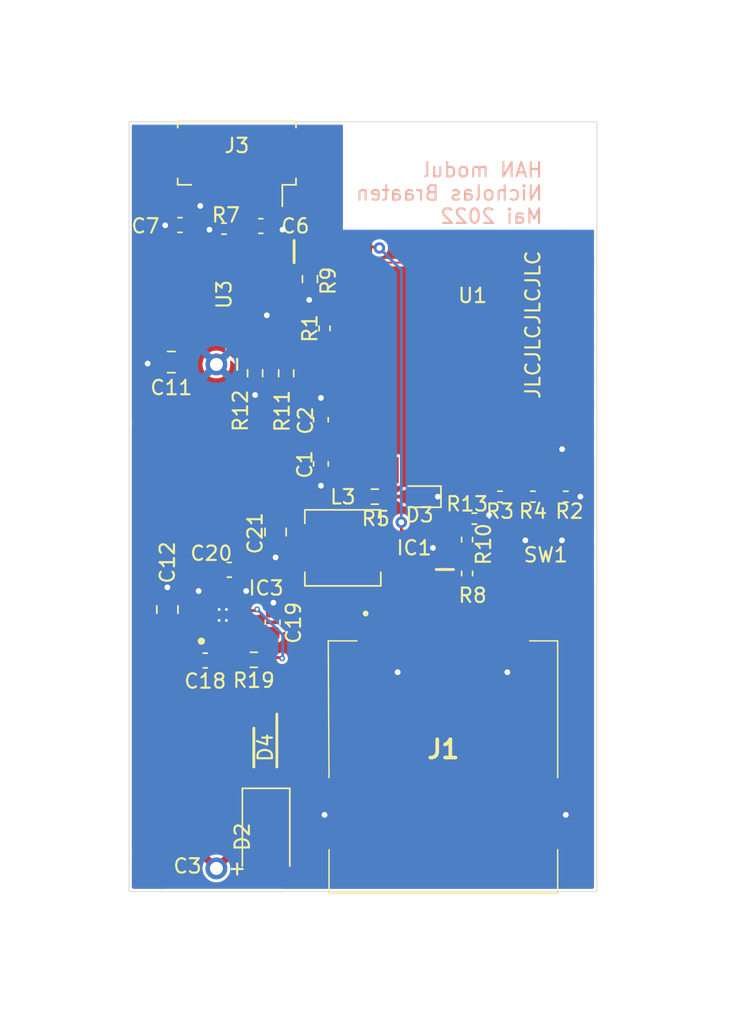
<source format=kicad_pcb>
(kicad_pcb (version 20211014) (generator pcbnew)
  (layers (0 "F.Cu" signal) (31 "B.Cu" signal) (34 "B.Paste" user) (35 "F.Paste" user) (36 "B.SilkS" user "B.Silkscreen") (37 "F.SilkS" user "F.Silkscreen") (38 "B.Mask" user) (39 "F.Mask" user) (44 "Edge.Cuts" user))
  (net 0 "")
  (net 1 "/ESP_Tx")
  (net 2 "/ESP_Rx")
  (net 3 "/GPIO0")
  (net 4 "GND")
  (net 5 "Net-(R12-Pad1)")
  (net 6 "Net-(R11-Pad1)")
  (net 7 "HAN1")
  (net 8 "Net-(R9-Pad1)")
  (net 9 "Net-(D3-Pad2)")
  (net 10 "/~{HAN}")
  (net 11 "Net-(IC1-Pad1)")
  (net 12 "/24V")
  (net 13 "+3V3")
  (net 14 "Net-(R2-Pad2)")
  (net 15 "Net-(R1-Pad1)")
  (net 16 "Net-(R4-Pad2)")
  (net 17 "Net-(C18-Pad1)")
  (net 18 "Net-(R7-Pad1)")
  (net 19 "Net-(IC1-Pad3)")
  (net 20 "Net-(C18-Pad2)")
  (net 24 "/RS232_Tx")
  (net 25 "/RS232_Rx")
  (net 26 "/~{RST}")
  (net 40 "Net-(D2-Pad1)")
  (net 42 "Net-(C6-Pad1)")
  (net 43 "/P_fail")
  (net 44 "Net-(C7-Pad2)")
  (net 47 "Net-(C11-Pad1)")
  (net 48 "Net-(C19-Pad2)")
  (net 49 "Net-(C20-Pad1)")
  (net 50 "Net-(C20-Pad2)")
  (net 51 "Net-(R19-Pad2)")
  (net 52 "Net-(R19-Pad1)")
  (footprint "Resistor_SMD:R_0603_1608Metric" (layer "F.Cu") (at 124.206 112.585 -90)
    (fp_text reference "R12" (at 2.604 1.016 90) (layer "F.SilkS"))
    (fp_text value "100R")
    (fp_line (start -0.237258 -0.5225) (end 0.237258 -0.5225) (layer "F.SilkS") (width 0.12))
    (fp_line (start -0.237258 0.5225) (end 0.237258 0.5225) (layer "F.SilkS") (width 0.12))
    (pad "1" smd roundrect locked (at -0.825 0 270) (size 0.8 0.95) (layers "F.Cu" "F.Paste" "F.Mask") (net 5 "Net-(R12-Pad1)"))
    (pad "2" smd roundrect locked (at 0.825 0 270) (size 0.8 0.95) (layers "F.Cu" "F.Paste" "F.Mask") (net 4 "GND"))
  )
  (footprint "Resistor_SMD:R_0603_1608Metric" (layer "F.Cu") (at 132.525 121.158 180)
    (fp_text reference "R5" (at -0.063 -1.524 180) (layer "F.SilkS"))
    (fp_text value "750R")
    (fp_line (start -0.237258 0.5225) (end 0.237258 0.5225) (layer "F.SilkS") (width 0.12))
    (fp_line (start -0.237258 -0.5225) (end 0.237258 -0.5225) (layer "F.SilkS") (width 0.12))
    (pad "1" smd roundrect locked (at -0.825 0 180) (size 0.8 0.95) (layers "F.Cu" "F.Paste" "F.Mask") (net 9 "Net-(D3-Pad2)"))
    (pad "2" smd roundrect locked (at 0.825 0 180) (size 0.8 0.95) (layers "F.Cu" "F.Paste" "F.Mask") (net 10 "/~{HAN}"))
  )
  (footprint "Capacitor_SMD:C_0805_2012Metric" (layer "F.Cu") (at 125.6284 123.6116 90)
    (fp_text reference "C21" (at -0.0864 -1.4224 90) (layer "F.SilkS"))
    (fp_text value "47µF")
    (fp_line (start -0.261252 0.735) (end 0.261252 0.735) (layer "F.SilkS") (width 0.12))
    (fp_line (start -0.261252 -0.735) (end 0.261252 -0.735) (layer "F.SilkS") (width 0.12))
    (pad "1" smd roundrect (at -0.95 0 90) (size 1 1.45) (layers "F.Cu" "F.Paste" "F.Mask") (net 4 "GND"))
    (pad "2" smd roundrect (at 0.95 0 90) (size 1 1.45) (layers "F.Cu" "F.Paste" "F.Mask") (net 13 "+3V3"))
  )
  (footprint "RJLSE4118101:RJLSE4118101" (layer "F.Cu") (at 137.287 138.701)
    (fp_text reference "J1" (at 0 0) (layer "F.SilkS") (effects (font (size 1.27 1.27) (thickness 0.254))))
    (fp_text value "RJLSE4118101" hide)
    (fp_line (start -7.945 10.012) (end -7.945 6.973) (layer "F.SilkS") (width 0.1))
    (fp_line (start -8 -7.527) (end -7.945 1.973) (layer "F.SilkS") (width 0.1))
    (fp_line (start 7.945 -7.527) (end 7.945 1.973) (layer "F.SilkS") (width 0.1))
    (fp_line (start 6 -7.527) (end 7.945 -7.527) (layer "F.SilkS") (width 0.1))
    (fp_line (start -6 -7.527) (end -8 -7.527) (layer "F.SilkS") (width 0.1))
    (fp_line (start -5.4 -9.527) (end -5.4 -9.527) (layer "F.SilkS") (width 0.2))
    (fp_line (start -5.4 -9.328) (end -5.4 -9.328) (layer "F.SilkS") (width 0.2))
    (fp_line (start 7.945 6.973) (end 7.945 10.012) (layer "F.SilkS") (width 0.1))
    (fp_line (start 7.945 10.012) (end -7.945 10.012) (layer "F.SilkS") (width 0.1))
    (fp_arc (start -5.4 -9.328) (mid -5.4995 -9.4275) (end -5.4 -9.527) (layer "F.SilkS") (width 0.2))
    (fp_arc (start -5.4 -9.527) (mid -5.3005 -9.4275) (end -5.4 -9.328) (layer "F.SilkS") (width 0.2))
    (pad "1" smd rect locked (at -4.445 -7.637) (size 0.76 4.75) (layers "F.Cu" "F.Paste" "F.Mask") (net 7 "HAN1"))
    (pad "2" smd rect locked (at -3.175 -7.637) (size 0.76 4.75) (layers "F.Cu" "F.Paste" "F.Mask") (net 4 "GND"))
    (pad "3" smd rect locked (at -1.905 -7.637) (size 0.76 4.75) (layers "F.Cu" "F.Paste" "F.Mask"))
    (pad "4" smd rect locked (at -0.635 -7.637) (size 0.76 4.75) (layers "F.Cu" "F.Paste" "F.Mask"))
    (pad "5" smd rect locked (at 0.635 -7.637) (size 0.76 4.75) (layers "F.Cu" "F.Paste" "F.Mask"))
    (pad "6" smd rect locked (at 1.905 -7.637) (size 0.76 4.75) (layers "F.Cu" "F.Paste" "F.Mask") (net 24 "/RS232_Tx"))
    (pad "7" smd rect locked (at 3.175 -7.637) (size 0.76 4.75) (layers "F.Cu" "F.Paste" "F.Mask") (net 25 "/RS232_Rx"))
    (pad "8" smd rect locked (at 4.445 -7.637) (size 0.76 4.75) (layers "F.Cu" "F.Paste" "F.Mask") (net 4 "GND"))
    (pad "MP1" smd rect locked (at -8.46 4.543) (size 2.24 3.51) (layers "F.Cu" "F.Paste" "F.Mask") (net 4 "GND"))
    (pad "MP2" smd rect locked (at 8.46 4.543) (size 2.24 3.51) (layers "F.Cu" "F.Paste" "F.Mask") (net 4 "GND"))
  )
  (footprint "Resistor_SMD:R_0402_1005Metric" (layer "F.Cu") (at 138.938 124.14 -90)
    (fp_text reference "R10" (at 0.32 -1.143 -90) (layer "F.SilkS"))
    (fp_text value "121k")
    (fp_line (start -0.153641 0.38) (end 0.153641 0.38) (layer "F.SilkS") (width 0.12))
    (fp_line (start -0.153641 -0.38) (end 0.153641 -0.38) (layer "F.SilkS") (width 0.12))
    (pad "1" smd roundrect locked (at -0.51 0 270) (size 0.54 0.64) (layers "F.Cu" "F.Paste" "F.Mask") (net 19 "Net-(IC1-Pad3)"))
    (pad "2" smd roundrect locked (at 0.51 0 270) (size 0.54 0.64) (layers "F.Cu" "F.Paste" "F.Mask") (net 11 "Net-(IC1-Pad1)"))
  )
  (footprint "Resistor_SMD:R_0402_1005Metric" (layer "F.Cu") (at 139.444 122.682 180)
    (fp_text reference "R13" (at 0.506 1.016) (layer "F.SilkS"))
    (fp_text value "56k2")
    (fp_line (start -0.153641 0.38) (end 0.153641 0.38) (layer "F.SilkS") (width 0.12))
    (fp_line (start -0.153641 -0.38) (end 0.153641 -0.38) (layer "F.SilkS") (width 0.12))
    (pad "1" smd roundrect locked (at -0.51 0 180) (size 0.54 0.64) (layers "F.Cu" "F.Paste" "F.Mask") (net 4 "GND"))
    (pad "2" smd roundrect locked (at 0.51 0 180) (size 0.54 0.64) (layers "F.Cu" "F.Paste" "F.Mask") (net 19 "Net-(IC1-Pad3)"))
  )
  (footprint "Resistor_SMD:R_0603_1608Metric" (layer "F.Cu") (at 126.365 112.586 -90)
    (fp_text reference "R11" (at 2.6284 0.2794 90) (layer "F.SilkS"))
    (fp_text value "220R")
    (fp_line (start -0.237258 0.5225) (end 0.237258 0.5225) (layer "F.SilkS") (width 0.12))
    (fp_line (start -0.237258 -0.5225) (end 0.237258 -0.5225) (layer "F.SilkS") (width 0.12))
    (pad "1" smd roundrect locked (at -0.825 0 270) (size 0.8 0.95) (layers "F.Cu" "F.Paste" "F.Mask") (net 6 "Net-(R11-Pad1)"))
    (pad "2" smd roundrect locked (at 0.825 0 270) (size 0.8 0.95) (layers "F.Cu" "F.Paste" "F.Mask") (net 7 "HAN1"))
  )
  (footprint "Capacitor_SMD:C_0603_1608Metric" (layer "F.Cu") (at 128.778 115.811 90)
    (fp_text reference "C2" (at -0.0638 -1.0668 90) (layer "F.SilkS"))
    (fp_text value "10µ")
    (fp_line (start -0.14058 0.51) (end 0.14058 0.51) (layer "F.SilkS") (width 0.12))
    (fp_line (start -0.14058 -0.51) (end 0.14058 -0.51) (layer "F.SilkS") (width 0.12))
    (pad "1" smd roundrect locked (at -0.775 0 90) (size 0.9 0.95) (layers "F.Cu" "F.Paste" "F.Mask") (net 13 "+3V3"))
    (pad "2" smd roundrect locked (at 0.775 0 90) (size 0.9 0.95) (layers "F.Cu" "F.Paste" "F.Mask") (net 4 "GND"))
  )
  (footprint "Capacitor_SMD:C_0805_2012Metric" (layer "F.Cu") (at 118.3792 111.8108 180)
    (fp_text reference "C11" (at 0 -1.778) (layer "F.SilkS"))
    (fp_text value "1µ")
    (fp_line (start -0.261252 0.735) (end 0.261252 0.735) (layer "F.SilkS") (width 0.12))
    (fp_line (start -0.261252 -0.735) (end 0.261252 -0.735) (layer "F.SilkS") (width 0.12))
    (pad "1" smd roundrect locked (at -0.95 0 180) (size 1 1.45) (layers "F.Cu" "F.Paste" "F.Mask") (net 47 "Net-(C11-Pad1)"))
    (pad "2" smd roundrect locked (at 0.95 0 180) (size 1 1.45) (layers "F.Cu" "F.Paste" "F.Mask") (net 4 "GND"))
  )
  (footprint "Button_Switch_SMD:SW_SPST_EVQP2" (layer "F.Cu") (at 144.1785 124.952)
    (fp_text reference "SW1" (at 0.2205 0.254) (layer "F.SilkS"))
    (fp_text value "RESET")
    (pad "1" smd rect (at -2.58 -1) (size 1.45 0.7) (layers "F.Cu" "F.Paste" "F.Mask") (net 4 "GND"))
    (pad "2" smd rect (at -2.58 1) (size 1.45 0.7) (layers "F.Cu" "F.Paste" "F.Mask") (net 11 "Net-(IC1-Pad1)"))
    (pad "3" smd rect (at 2.58 -1) (size 1.45 0.7) (layers "F.Cu" "F.Paste" "F.Mask") (net 4 "GND"))
    (pad "4" smd rect (at 2.58 1) (size 1.45 0.7) (layers "F.Cu" "F.Paste" "F.Mask") (net 11 "Net-(IC1-Pad1)"))
  )
  (footprint "Resistor_SMD:R_0603_1608Metric" (layer "F.Cu") (at 128.016 106.045 -90)
    (fp_text reference "R9" (at 0.127 -1.27 90) (layer "F.SilkS"))
    (fp_text value "220R")
    (fp_line (start -0.237258 0.5225) (end 0.237258 0.5225) (layer "F.SilkS") (width 0.12))
    (fp_line (start -0.237258 -0.5225) (end 0.237258 -0.5225) (layer "F.SilkS") (width 0.12))
    (pad "1" smd roundrect locked (at -0.825 0 270) (size 0.8 0.95) (layers "F.Cu" "F.Paste" "F.Mask") (net 8 "Net-(R9-Pad1)"))
    (pad "2" smd roundrect locked (at 0.825 0 270) (size 0.8 0.95) (layers "F.Cu" "F.Paste" "F.Mask") (net 4 "GND"))
  )
  (footprint "Resistor_SMD:R_0402_1005Metric" (layer "F.Cu") (at 143.508 121.158 180)
    (fp_text reference "R4" (at -0.002 -1.016 180) (layer "F.SilkS"))
    (fp_text value "10k")
    (fp_line (start -0.153641 0.38) (end 0.153641 0.38) (layer "F.SilkS") (width 0.12))
    (fp_line (start -0.153641 -0.38) (end 0.153641 -0.38) (layer "F.SilkS") (width 0.12))
    (pad "1" smd roundrect locked (at -0.51 0 180) (size 0.54 0.64) (layers "F.Cu" "F.Paste" "F.Mask") (net 13 "+3V3"))
    (pad "2" smd roundrect locked (at 0.51 0 180) (size 0.54 0.64) (layers "F.Cu" "F.Paste" "F.Mask") (net 16 "Net-(R4-Pad2)"))
  )
  (footprint "Resistor_SMD:R_0402_1005Metric" (layer "F.Cu") (at 141.222 121.158 180)
    (fp_text reference "R3" (at -0.002 -1.016 180) (layer "F.SilkS"))
    (fp_text value "10k")
    (fp_line (start -0.153641 0.38) (end 0.153641 0.38) (layer "F.SilkS") (width 0.12))
    (fp_line (start -0.153641 -0.38) (end 0.153641 -0.38) (layer "F.SilkS") (width 0.12))
    (pad "1" smd roundrect locked (at -0.51 0 180) (size 0.54 0.64) (layers "F.Cu" "F.Paste" "F.Mask") (net 13 "+3V3"))
    (pad "2" smd roundrect locked (at 0.51 0 180) (size 0.54 0.64) (layers "F.Cu" "F.Paste" "F.Mask") (net 3 "/GPIO0"))
  )
  (footprint "Capacitor_SMD:C_0603_1608Metric" (layer "F.Cu") (at 122.415 126.238)
    (fp_text reference "C20" (at -1.257 -1.143) (layer "F.SilkS"))
    (fp_text value "0.1µF")
    (fp_line (start -0.14058 0.51) (end 0.14058 0.51) (layer "F.SilkS") (width 0.12))
    (fp_line (start -0.14058 -0.51) (end 0.14058 -0.51) (layer "F.SilkS") (width 0.12))
    (pad "1" smd roundrect (at -0.775 0) (size 0.9 0.95) (layers "F.Cu" "F.Paste" "F.Mask") (net 49 "Net-(C20-Pad1)"))
    (pad "2" smd roundrect (at 0.775 0) (size 0.9 0.95) (layers "F.Cu" "F.Paste" "F.Mask") (net 50 "Net-(C20-Pad2)"))
  )
  (footprint "NSI45025AT1G:NSI45025AT1G" (layer "F.Cu") (at 124.9172 138.5824 -90)
    (fp_text reference "D4" (at 0 0 90) (layer "F.SilkS"))
    (fp_text value "NSI45025AT1G" hide)
    (fp_line (start -2.325 -0.8) (end 1.345 -0.8) (layer "F.SilkS") (width 0.2))
    (fp_line (start -1.345 0.8) (end 1.345 0.8) (layer "F.SilkS") (width 0.2))
    (pad "1" smd rect locked (at -1.75 0) (size 0.8 1.15) (layers "F.Cu" "F.Paste" "F.Mask") (net 12 "/24V"))
    (pad "2" smd rect locked (at 1.75 0) (size 0.8 1.15) (layers "F.Cu" "F.Paste" "F.Mask") (net 40 "Net-(D2-Pad1)"))
  )
  (footprint "Inductor_SMD:L_Vishay_IHLP-2020" (layer "F.Cu") (at 130.302 124.714)
    (fp_text reference "L3" (at 0 -3.54) (layer "F.SilkS"))
    (fp_text value "5.6µH")
    (fp_line (start -2.64 2.64) (end 2.64 2.64) (layer "F.SilkS") (width 0.12))
    (fp_line (start 2.64 2.64) (end 2.64 1.695) (layer "F.SilkS") (width 0.12))
    (fp_line (start -2.64 1.695) (end -2.64 2.64) (layer "F.SilkS") (width 0.12))
    (fp_line (start 2.64 -2.64) (end 2.64 -1.695) (layer "F.SilkS") (width 0.12))
    (fp_line (start -2.64 -2.64) (end 2.64 -2.64) (layer "F.SilkS") (width 0.12))
    (fp_line (start -2.64 -1.695) (end -2.64 -2.64) (layer "F.SilkS") (width 0.12))
    (pad "1" smd rect (at -2.4265 0) (size 1.903 2.79) (layers "F.Cu" "F.Paste" "F.Mask") (net 49 "Net-(C20-Pad1)"))
    (pad "2" smd rect (at 2.4265 0) (size 1.903 2.79) (layers "F.Cu" "F.Paste" "F.Mask") (net 13 "+3V3"))
  )
  (footprint "MAX17644AATE+:QFN50P300X300X80-17N" (layer "F.Cu") (at 121.9692 129.3182 90)
    (fp_text reference "IC3" (at 1.8102 2.9988 180) (layer "F.SilkS"))
    (fp_text value "MAX17644AATE+" hide)
    (fp_circle (center -1.875 -1.5) (end -1.875 -1.375) (layer "F.SilkS") (width 0.25) (fill none))
    (pad "1" smd rect (at -1.45 -0.75 180) (size 0.3 0.85) (layers "F.Cu" "F.Paste" "F.Mask") (net 12 "/24V"))
    (pad "2" smd rect (at -1.45 -0.25 180) (size 0.3 0.85) (layers "F.Cu" "F.Paste" "F.Mask") (net 20 "Net-(C18-Pad2)"))
    (pad "3" smd rect (at -1.45 0.25 180) (size 0.3 0.85) (layers "F.Cu" "F.Paste" "F.Mask") (net 17 "Net-(C18-Pad1)"))
    (pad "4" smd rect (at -1.45 0.75 180) (size 0.3 0.85) (layers "F.Cu" "F.Paste" "F.Mask") (net 51 "Net-(R19-Pad2)"))
    (pad "5" smd rect (at -0.75 1.45 90) (size 0.3 0.85) (layers "F.Cu" "F.Paste" "F.Mask") (net 48 "Net-(C19-Pad2)"))
    (pad "6" smd rect (at -0.25 1.45 90) (size 0.3 0.85) (layers "F.Cu" "F.Paste" "F.Mask") (net 13 "+3V3"))
    (pad "7" smd rect (at 0.25 1.45 90) (size 0.3 0.85) (layers "F.Cu" "F.Paste" "F.Mask") (net 52 "Net-(R19-Pad1)"))
    (pad "8" smd rect (at 0.75 1.45 90) (size 0.3 0.85) (layers "F.Cu" "F.Paste" "F.Mask"))
    (pad "9" smd rect (at 1.45 0.75 180) (size 0.3 0.85) (layers "F.Cu" "F.Paste" "F.Mask") (net 4 "GND"))
    (pad "10" smd rect (at 1.45 0.25 180) (size 0.3 0.85) (layers "F.Cu" "F.Paste" "F.Mask") (net 50 "Net-(C20-Pad2)"))
    (pad "11" smd rect (at 1.45 -0.25 180) (size 0.3 0.85) (layers "F.Cu" "F.Paste" "F.Mask") (net 49 "Net-(C20-Pad1)"))
    (pad "12" smd rect (at 1.45 -0.75 180) (size 0.3 0.85) (layers "F.Cu" "F.Paste" "F.Mask") (net 49 "Net-(C20-Pad1)"))
    (pad "13" smd rect (at 0.75 -1.45 90) (size 0.3 0.85) (layers "F.Cu" "F.Paste" "F.Mask") (net 4 "GND"))
    (pad "14" smd rect (at 0.25 -1.45 90) (size 0.3 0.85) (layers "F.Cu" "F.Paste" "F.Mask") (net 4 "GND"))
    (pad "15" smd rect (at -0.25 -1.45 90) (size 0.3 0.85) (layers "F.Cu" "F.Paste" "F.Mask") (net 12 "/24V"))
    (pad "16" smd rect (at -0.75 -1.45 90) (size 0.3 0.85) (layers "F.Cu" "F.Paste" "F.Mask") (net 12 "/24V"))
    (pad "17" smd rect (at 0 0 90) (size 1.25 1.25) (layers "F.Cu" "F.Paste" "F.Mask") (net 4 "GND"))
  )
  (footprint "Capacitor_SMD:C_0603_1608Metric" (layer "F.Cu") (at 118.986 102.293)
    (fp_text reference "C7" (at -2.4 0.069) (layer "F.SilkS"))
    (fp_text value "220n")
    (fp_line (start -0.14058 -0.51) (end 0.14058 -0.51) (layer "F.SilkS") (width 0.12))
    (fp_line (start -0.14058 0.51) (end 0.14058 0.51) (layer "F.SilkS") (width 0.12))
    (pad "1" smd roundrect locked (at -0.775 0) (size 0.9 0.95) (layers "F.Cu" "F.Paste" "F.Mask") (net 4 "GND"))
    (pad "2" smd roundrect locked (at 0.775 0) (size 0.9 0.95) (layers "F.Cu" "F.Paste" "F.Mask") (net 44 "Net-(C7-Pad2)"))
  )
  (footprint "Capacitor_SMD:C_0805_2012Metric" (layer "F.Cu") (at 118.11 128.9964 -90)
    (fp_text reference "C12" (at -3.2664 0 90) (layer "F.SilkS"))
    (fp_text value "4.7µF")
    (fp_line (start -0.261252 0.735) (end 0.261252 0.735) (layer "F.SilkS") (width 0.12))
    (fp_line (start -0.261252 -0.735) (end 0.261252 -0.735) (layer "F.SilkS") (width 0.12))
    (pad "1" smd roundrect (at -0.95 0 270) (size 1 1.45) (layers "F.Cu" "F.Paste" "F.Mask") (net 4 "GND"))
    (pad "2" smd roundrect (at 0.95 0 270) (size 1 1.45) (layers "F.Cu" "F.Paste" "F.Mask") (net 12 "/24V"))
  )
  (footprint "MIC2779L:SOT95P280X145-5N" (layer "F.Cu") (at 136.144 124.714 180)
    (fp_text reference "IC1" (at 0.889 0 180) (layer "F.SilkS"))
    (fp_text value "MIC2779L-2YM5_TR" hide)
    (fp_line (start -1.85 -1.5) (end -0.65 -1.5) (layer "F.SilkS") (width 0.2))
    (pad "1" smd rect (at -1.25 -0.95 270) (size 0.6 1.2) (layers "F.Cu" "F.Paste" "F.Mask") (net 11 "Net-(IC1-Pad1)"))
    (pad "2" smd rect (at -1.25 0 270) (size 0.6 1.2) (layers "F.Cu" "F.Paste" "F.Mask") (net 4 "GND"))
    (pad "3" smd rect (at -1.25 0.95 270) (size 0.6 1.2) (layers "F.Cu" "F.Paste" "F.Mask") (net 19 "Net-(IC1-Pad3)"))
    (pad "4" smd rect (at 1.25 0.95 270) (size 0.6 1.2) (layers "F.Cu" "F.Paste" "F.Mask") (net 26 "/~{RST}"))
    (pad "5" smd rect (at 1.25 -0.95 270) (size 0.6 1.2) (layers "F.Cu" "F.Paste" "F.Mask") (net 13 "+3V3"))
  )
  (footprint "Capacitor_SMD:C_0603_1608Metric" (layer "F.Cu") (at 120.7386 132.5372 180)
    (fp_text reference "C18" (at 0 -1.43) (layer "F.SilkS"))
    (fp_text value "2.2µF")
    (fp_line (start -0.14058 0.51) (end 0.14058 0.51) (layer "F.SilkS") (width 0.12))
    (fp_line (start -0.14058 -0.51) (end 0.14058 -0.51) (layer "F.SilkS") (width 0.12))
    (pad "1" smd roundrect (at -0.775 0 180) (size 0.9 0.95) (layers "F.Cu" "F.Paste" "F.Mask") (net 17 "Net-(C18-Pad1)"))
    (pad "2" smd roundrect (at 0.775 0 180) (size 0.9 0.95) (layers "F.Cu" "F.Paste" "F.Mask") (net 20 "Net-(C18-Pad2)"))
  )
  (footprint "Resistor_SMD:R_0603_1608Metric" (layer "F.Cu") (at 124.1166 132.4864 180)
    (fp_text reference "R19" (at 0 -1.43) (layer "F.SilkS"))
    (fp_text value "40k2")
    (fp_line (start -0.237258 -0.5225) (end 0.237258 -0.5225) (layer "F.SilkS") (width 0.12))
    (fp_line (start -0.237258 0.5225) (end 0.237258 0.5225) (layer "F.SilkS") (width 0.12))
    (pad "1" smd roundrect (at -0.825 0 180) (size 0.8 0.95) (layers "F.Cu" "F.Paste" "F.Mask") (net 52 "Net-(R19-Pad1)"))
    (pad "2" smd roundrect (at 0.825 0 180) (size 0.8 0.95) (layers "F.Cu" "F.Paste" "F.Mask") (net 51 "Net-(R19-Pad2)"))
  )
  (footprint "LED_SMD:LED_0603_1608Metric" (layer "F.Cu") (at 135.636 121.158 180)
    (fp_text reference "D3" (at 0 -1.27) (layer "F.SilkS"))
    (fp_text value "LED")
    (fp_line (start -1.485 -0.735) (end -1.485 0.735) (layer "F.SilkS") (width 0.12))
    (fp_line (start 0.8 -0.735) (end -1.485 -0.735) (layer "F.SilkS") (width 0.12))
    (fp_line (start -1.485 0.735) (end 0.8 0.735) (layer "F.SilkS") (width 0.12))
    (pad "1" smd roundrect locked (at -0.7875 0 180) (size 0.875 0.95) (layers "F.Cu" "F.Paste" "F.Mask") (net 4 "GND"))
    (pad "2" smd roundrect locked (at 0.7875 0 180) (size 0.875 0.95) (layers "F.Cu" "F.Paste" "F.Mask") (net 9 "Net-(D3-Pad2)"))
  )
  (footprint "Resistor_SMD:R_0402_1005Metric" (layer "F.Cu") (at 145.796 121.158 180)
    (fp_text reference "R2" (at -0.254 -1.016 180) (layer "F.SilkS"))
    (fp_text value "10k")
    (fp_line (start -0.153641 0.38) (end 0.153641 0.38) (layer "F.SilkS") (width 0.12))
    (fp_line (start -0.153641 -0.38) (end 0.153641 -0.38) (layer "F.SilkS") (width 0.12))
    (pad "1" smd roundrect locked (at -0.51 0 180) (size 0.54 0.64) (layers "F.Cu" "F.Paste" "F.Mask") (net 4 "GND"))
    (pad "2" smd roundrect locked (at 0.51 0 180) (size 0.54 0.64) (layers "F.Cu" "F.Paste" "F.Mask") (net 14 "Net-(R2-Pad2)"))
  )
  (footprint "Connector_Molex:Molex_PicoBlade_53261-0571_1x05-1MP_P1.25mm_Horizontal" (layer "F.Cu") (at 122.936 97.79 180)
    (fp_text reference "J3" (at 0 1.016) (layer "F.SilkS"))
    (fp_text value "Conn_01x05_Male")
    (fp_line (start -4.11 -1.71) (end -3.16 -1.71) (layer "F.SilkS") (width 0.12))
    (fp_line (start -4.11 2.26) (end -4.11 2.71) (layer "F.SilkS") (width 0.12))
    (fp_line (start -3.16 -1.71) (end -3.16 -3.2) (layer "F.SilkS") (width 0.12))
    (fp_line (start -4.11 2.71) (end 4.11 2.71) (layer "F.SilkS") (width 0.12))
    (fp_line (start -4.11 -1.26) (end -4.11 -1.71) (layer "F.SilkS") (width 0.12))
    (fp_line (start 4.11 2.71) (end 4.11 2.26) (layer "F.SilkS") (width 0.12))
    (fp_line (start 4.11 -1.26) (end 4.11 -1.71) (layer "F.SilkS") (width 0.12))
    (fp_line (start 4.11 -1.71) (end 3.16 -1.71) (layer "F.SilkS") (width 0.12))
    (pad "1" smd roundrect (at -2.5 -2.4 180) (size 0.8 1.6) (layers "F.Cu" "F.Paste" "F.Mask") (net 1 "/ESP_Tx"))
    (pad "2" smd roundrect (at -1.25 -2.4 180) (size 0.8 1.6) (layers "F.Cu" "F.Paste" "F.Mask") (net 2 "/ESP_Rx"))
    (pad "3" smd roundrect (at 0 -2.4 180) (size 0.8 1.6) (layers "F.Cu" "F.Paste" "F.Mask") (net 3 "/GPIO0"))
    (pad "4" smd roundrect (at 1.25 -2.4 180) (size 0.8 1.6) (layers "F.Cu" "F.Paste" "F.Mask") (net 13 "+3V3"))
    (pad "5" smd roundrect (at 2.5 -2.4 180) (size 0.8 1.6) (layers "F.Cu" "F.Paste" "F.Mask") (net 4 "GND"))
    (pad "MP" smd roundrect (at 5.05 0.5 180) (size 2.1 3) (layers "F.Cu" "F.Paste" "F.Mask") (roundrect_rratio 0.119048))
    (pad "MP" smd roundrect (at -5.05 0.5 180) (size 2.1 3) (layers "F.Cu" "F.Paste" "F.Mask") (roundrect_rratio 0.119048))
  )
  (footprint "Resistor_SMD:R_0402_1005Metric" (layer "F.Cu") (at 138.938 126.49 -90)
    (fp_text reference "R8" (at 1.526 -0.381 180) (layer "F.SilkS"))
    (fp_text value "825k")
    (fp_line (start -0.153641 -0.38) (end 0.153641 -0.38) (layer "F.SilkS") (width 0.12))
    (fp_line (start -0.153641 0.38) (end 0.153641 0.38) (layer "F.SilkS") (width 0.12))
    (pad "1" smd roundrect locked (at -0.51 0 270) (size 0.54 0.64) (layers "F.Cu" "F.Paste" "F.Mask") (net 11 "Net-(IC1-Pad1)"))
    (pad "2" smd roundrect locked (at 0.51 0 270) (size 0.54 0.64) (layers "F.Cu" "F.Paste" "F.Mask") (net 12 "/24V"))
  )
  (footprint "RF_Module:ESP-12E" (layer "F.Cu") (at 138.684 107.315)
    (fp_text reference "U1" (at 0.635 -0.127) (layer "F.SilkS"))
    (fp_text value "ESP-12F")
    (pad "1" smd rect (at -7.6 -3.5) (size 2.5 1) (layers "F.Cu" "F.Paste" "F.Mask") (net 26 "/~{RST}"))
    (pad "2" smd rect (at -7.6 -1.5) (size 2.5 1) (layers "F.Cu" "F.Paste" "F.Mask"))
    (pad "3" smd rect (at -7.6 0.5) (size 2.5 1) (layers "F.Cu" "F.Paste" "F.Mask") (net 15 "Net-(R1-Pad1)"))
    (pad "4" smd rect (at -7.6 2.5) (size 2.5 1) (layers "F.Cu" "F.Paste" "F.Mask"))
    (pad "5" smd rect (at -7.6 4.5) (size 2.5 1) (layers "F.Cu" "F.Paste" "F.Mask"))
    (pad "6" smd rect (at -7.6 6.5) (size 2.5 1) (layers "F.Cu" "F.Paste" "F.Mask"))
    (pad "7" smd rect (at -7.6 8.5) (size 2.5 1) (layers "F.Cu" "F.Paste" "F.Mask"))
    (pad "8" smd rect (at -7.6 10.5) (size 2.5 1) (layers "F.Cu" "F.Paste" "F.Mask") (net 13 "+3V3"))
    (pad "9" smd rect (at -5 12) (size 1 1.8) (layers "F.Cu" "F.Paste" "F.Mask"))
    (pad "10" smd rect (at -3 12) (size 1 1.8) (layers "F.Cu" "F.Paste" "F.Mask"))
    (pad "11" smd rect (at -1 12) (size 1 1.8) (layers "F.Cu" "F.Paste" "F.Mask"))
    (pad "12" smd rect (at 1 12) (size 1 1.8) (layers "F.Cu" "F.Paste" "F.Mask"))
    (pad "13" smd rect (at 3 12) (size 1 1.8) (layers "F.Cu" "F.Paste" "F.Mask"))
    (pad "14" smd rect (at 5 12) (size 1 1.8) (layers "F.Cu" "F.Paste" "F.Mask"))
    (pad "15" smd rect (at 7.6 10.5) (size 2.5 1) (layers "F.Cu" "F.Paste" "F.Mask") (net 4 "GND"))
    (pad "16" smd rect (at 7.6 8.5) (size 2.5 1) (layers "F.Cu" "F.Paste" "F.Mask") (net 14 "Net-(R2-Pad2)"))
    (pad "17" smd rect (at 7.6 6.5) (size 2.5 1) (layers "F.Cu" "F.Paste" "F.Mask") (net 16 "Net-(R4-Pad2)"))
    (pad "18" smd rect (at 7.6 4.5) (size 2.5 1) (layers "F.Cu" "F.Paste" "F.Mask") (net 3 "/GPIO0"))
    (pad "19" smd rect (at 7.6 2.5) (size 2.5 1) (layers "F.Cu" "F.Paste" "F.Mask"))
    (pad "20" smd rect (at 7.6 0.5) (size 2.5 1) (layers "F.Cu" "F.Paste" "F.Mask"))
    (pad "21" smd rect (at 7.6 -1.5) (size 2.5 1) (layers "F.Cu" "F.Paste" "F.Mask") (net 2 "/ESP_Rx"))
    (pad "22" smd rect (at 7.6 -3.5) (size 2.5 1) (layers "F.Cu" "F.Paste" "F.Mask") (net 1 "/ESP_Tx"))
  )
  (footprint "MAL202117102E3:MAL202117102E3" (layer "F.Cu") (at 115.2652 144.4752 90)
    (fp_text reference "C3" (at -2.3368 4.2418 unlocked) (layer "F.SilkS"))
    (fp_text value "1F")
    (fp_text user "-" (at 32.512 7.62 90 unlocked) (layer "F.SilkS"))
    (fp_text user "+" (at -2.54 7.62 90 unlocked) (layer "F.SilkS"))
    (pad "1" thru_hole circle (at -2.5 6.25 90) (size 1.524 1.524) (drill 0.9) (layers *.Cu *.Mask) (net 12 "/24V"))
    (pad "2" thru_hole circle (at 32.5 6.25 90) (size 1.524 1.524) (drill 0.9) (layers *.Cu *.Mask) (net 4 "GND"))
  )
  (footprint "Diode_SMD:D_SMA" (layer "F.Cu") (at 124.968 144.812 -90)
    (fp_text reference "D2" (at -0.032 1.651 90) (layer "F.SilkS"))
    (fp_text value "700mV, 2A")
    (fp_line (start -3.4 -1.65) (end 2 -1.65) (layer "F.SilkS") (width 0.12))
    (fp_line (start -3.4 1.65) (end 2 1.65) (layer "F.SilkS") (width 0.12))
    (fp_line (start -3.4 -1.65) (end -3.4 1.65) (layer "F.SilkS") (width 0.12))
    (pad "1" smd rect (at -2 0 270) (size 2.5 1.8) (layers "F.Cu" "F.Paste" "F.Mask") (net 40 "Net-(D2-Pad1)"))
    (pad "2" smd rect (at 2 0 270) (size 2.5 1.8) (layers "F.Cu" "F.Paste" "F.Mask") (net 7 "HAN1"))
  )
  (footprint "Capacitor_SMD:C_0603_1608Metric" (layer "F.Cu") (at 128.778 118.8835 -90)
    (fp_text reference "C1" (at 0.0393 1.1176 -270) (layer "F.SilkS"))
    (fp_text value "100n")
    (fp_line (start -0.14058 0.51) (end 0.14058 0.51) (layer "F.SilkS") (width 0.12))
    (fp_line (start -0.14058 -0.51) (end 0.14058 -0.51) (layer "F.SilkS") (width 0.12))
    (pad "1" smd roundrect locked (at -0.775 0 270) (size 0.9 0.95) (layers "F.Cu" "F.Paste" "F.Mask") (net 13 "+3V3"))
    (pad "2" smd roundrect locked (at 0.775 0 270) (size 0.9 0.95) (layers "F.Cu" "F.Paste" "F.Mask") (net 4 "GND"))
  )
  (footprint "Resistor_SMD:R_0402_1005Metric" (layer "F.Cu") (at 122.047 102.547 180)
    (fp_text reference "R7" (at -0.127 0.947) (layer "F.SilkS"))
    (fp_text value "30k")
    (fp_line (start -0.153641 0.38) (end 0.153641 0.38) (layer "F.SilkS") (width 0.12))
    (fp_line (start -0.153641 -0.38) (end 0.153641 -0.38) (layer "F.SilkS") (width 0.12))
    (pad "1" smd roundrect locked (at -0.51 0 180) (size 0.54 0.64) (layers "F.Cu" "F.Paste" "F.Mask") (net 18 "Net-(R7-Pad1)"))
    (pad "2" smd roundrect locked (at 0.51 0 180) (size 0.54 0.64) (layers "F.Cu" "F.Paste" "F.Mask") (net 4 "GND"))
  )
  (footprint "NCN5150DR2G:SOIC127P600X175-16N" (layer "F.Cu") (at 121.793 106.865 -90)
    (fp_text reference "U3" (at 0.254 -0.254 90) (layer "F.SilkS"))
    (fp_text value "NCN5150" hide)
    (fp_line (start -3.5 -5.12) (end -1.95 -5.12) (layer "F.SilkS") (width 0.2))
    (pad "1" smd rect (at -2.725 -4.445) (size 0.65 1.55) (layers "F.Cu" "F.Paste" "F.Mask") (net 8 "Net-(R9-Pad1)"))
    (pad "2" smd rect (at -2.725 -3.175) (size 0.65 1.55) (layers "F.Cu" "F.Paste" "F.Mask"))
    (pad "3" smd rect (at -2.725 -1.905) (size 0.65 1.55) (layers "F.Cu" "F.Paste" "F.Mask") (net 42 "Net-(C6-Pad1)"))
    (pad "4" smd rect (at -2.725 -0.635) (size 0.65 1.55) (layers "F.Cu" "F.Paste" "F.Mask") (net 18 "Net-(R7-Pad1)"))
    (pad "5" smd rect (at -2.725 0.635) (size 0.65 1.55) (layers "F.Cu" "F.Paste" "F.Mask") (net 43 "/P_fail"))
    (pad "6" smd rect (at -2.725 1.905) (size 0.65 1.55) (layers "F.Cu" "F.Paste" "F.Mask") (net 44 "Net-(C7-Pad2)"))
    (pad "7" smd rect (at -2.725 3.175) (size 0.65 1.55) (layers "F.Cu" "F.Paste" "F.Mask"))
    (pad "8" smd rect (at -2.725 4.445) (size 0.65 1.55) (layers "F.Cu" "F.Paste" "F.Mask") (net 2 "/ESP_Rx"))
    (pad "9" smd rect (at 2.725 4.445) (size 0.65 1.55) (layers "F.Cu" "F.Paste" "F.Mask") (net 13 "+3V3"))
    (pad "10" smd rect (at 2.725 3.175) (size 0.65 1.55) (layers "F.Cu" "F.Paste" "F.Mask"))
    (pad "11" smd rect (at 2.725 1.905) (size 0.65 1.55) (layers "F.Cu" "F.Paste" "F.Mask") (net 47 "Net-(C11-Pad1)"))
    (pad "12" smd rect (at 2.725 0.635) (size 0.65 1.55) (layers "F.Cu" "F.Paste" "F.Mask") (net 1 "/ESP_Tx"))
    (pad "13" smd rect (at 2.725 -0.635) (size 0.65 1.55) (layers "F.Cu" "F.Paste" "F.Mask") (net 10 "/~{HAN}"))
    (pad "14" smd rect (at 2.725 -1.905) (size 0.65 1.55) (layers "F.Cu" "F.Paste" "F.Mask") (net 5 "Net-(R12-Pad1)"))
    (pad "15" smd rect (at 2.725 -3.175) (size 0.65 1.55) (layers "F.Cu" "F.Paste" "F.Mask") (net 4 "GND"))
    (pad "16" smd rect (at 2.725 -4.445) (size 0.65 1.55) (layers "F.Cu" "F.Paste" "F.Mask") (net 6 "Net-(R11-Pad1)"))
  )
  (footprint "Resistor_SMD:R_0402_1005Metric" (layer "F.Cu") (at 129.032 109.472 -90)
    (fp_text reference "R1" (at 0.002 1.016 -90) (layer "F.SilkS"))
    (fp_text value "10k")
    (fp_line (start -0.153641 -0.38) (end 0.153641 -0.38) (layer "F.SilkS") (width 0.12))
    (fp_line (start -0.153641 0.38) (end 0.153641 0.38) (layer "F.SilkS") (width 0.12))
    (pad "1" smd roundrect locked (at -0.51 0 270) (size 0.54 0.64) (layers "F.Cu" "F.Paste" "F.Mask") (net 15 "Net-(R1-Pad1)"))
    (pad "2" smd roundrect locked (at 0.51 0 270) (size 0.54 0.64) (layers "F.Cu" "F.Paste" "F.Mask") (net 13 "+3V3"))
  )
  (footprint "Capacitor_SMD:C_0603_1608Metric" (layer "F.Cu") (at 125.4252 129.8826 -90)
    (fp_text reference "C19" (at 0.0384 -1.4478 90) (layer "F.SilkS"))
    (fp_text value "5600pF")
    (fp_line (start -0.14058 0.51) (end 0.14058 0.51) (layer "F.SilkS") (width 0.12))
    (fp_line (start -0.14058 -0.51) (end 0.14058 -0.51) (layer "F.SilkS") (width 0.12))
    (pad "1" smd roundrect (at -0.775 0 270) (size 0.9 0.95) (layers "F.Cu" "F.Paste" "F.Mask") (net 4 "GND"))
    (pad "2" smd roundrect (at 0.775 0 270) (size 0.9 0.95) (layers "F.Cu" "F.Paste" "F.Mask") (net 48 "Net-(C19-Pad2)"))
  )
  (footprint "Capacitor_SMD:C_0603_1608Metric" (layer "F.Cu") (at 124.6 102.362)
    (fp_text reference "C6" (at 2.4 0) (layer "F.SilkS"))
    (fp_text value "10µ")
    (fp_line (start -0.14058 0.51) (end 0.14058 0.51) (layer "F.SilkS") (width 0.12))
    (fp_line (start -0.14058 -0.51) (end 0.14058 -0.51) (layer "F.SilkS") (width 0.12))
    (pad "1" smd roundrect locked (at -0.775 0) (size 0.9 0.95) (layers "F.Cu" "F.Paste" "F.Mask") (net 42 "Net-(C6-Pad1)"))
    (pad "2" smd roundrect locked (at 0.775 0) (size 0.9 0.95) (layers "F.Cu" "F.Paste" "F.Mask") (net 4 "GND"))
  )
  (gr_rect (start 115.443 95.123) (end 147.955 148.59) (layer "Edge.Cuts") (width 0.05) (fill none))
  (gr_text "HAN modul\nNicholas Braaten\nMai 2022" (at 144.272 100.076) (layer "B.SilkS") (effects (font (size 1 1)) (justify left mirror)))
  (gr_text "JLCJLCJLCJLC" (at 143.51 109.22 90) (layer "F.SilkS") (effects (font (size 1 1))))
  (segment (start 145.14852 102.67952) (end 127.92552 102.67952) (width 0.127) (layer "F.Cu") (net 1))
  (segment (start 121.158 109.59) (end 121.158 107.696) (width 0.127) (layer "F.Cu") (net 1))
  (segment (start 124.89548 98.73348) (end 125.436 99.274) (width 0.127) (layer "F.Cu") (net 1))
  (segment (start 116.759989 105.837989) (end 116.759989 101.949433) (width 0.127) (layer "F.Cu") (net 1))
  (segment (start 117.856 106.934) (end 116.759989 105.837989) (width 0.127) (layer "F.Cu") (net 1))
  (segment (start 120.396 106.934) (end 117.856 106.934) (width 0.127) (layer "F.Cu") (net 1))
  (segment (start 127.92552 102.67952) (end 125.436 100.19) (width 0.127) (layer "F.Cu") (net 1))
  (segment (start 125.436 99.274) (end 125.436 100.19) (width 0.127) (layer "F.Cu") (net 1))
  (segment (start 116.759989 101.949433) (end 119.975942 98.73348) (width 0.127) (layer "F.Cu") (net 1))
  (segment (start 121.158 107.696) (end 120.396 106.934) (width 0.127) (layer "F.Cu") (net 1))
  (segment (start 146.284 103.815) (end 145.14852 102.67952) (width 0.127) (layer "F.Cu") (net 1))
  (segment (start 119.975942 98.73348) (end 124.89548 98.73348) (width 0.127) (layer "F.Cu") (net 1))
  (segment (start 120.111191 99.06) (end 123.698 99.06) (width 0.127) (layer "F.Cu") (net 2))
  (segment (start 126.13023 101.346) (end 124.714 101.346) (width 0.127) (layer "F.Cu") (net 2))
  (segment (start 146.284 105.815) (end 145.534 105.815) (width 0.127) (layer "F.Cu") (net 2))
  (segment (start 117.348 101.823191) (end 120.111191 99.06) (width 0.127) (layer "F.Cu") (net 2))
  (segment (start 142.72504 103.00604) (end 127.79027 103.00604) (width 0.127) (layer "F.Cu") (net 2))
  (segment (start 124.714 101.346) (end 124.186 100.818) (width 0.127) (layer "F.Cu") (net 2))
  (segment (start 124.186 99.548) (end 124.186 100.19) (width 0.127) (layer "F.Cu") (net 2))
  (segment (start 145.534 105.815) (end 142.72504 103.00604) (width 0.127) (layer "F.Cu") (net 2))
  (segment (start 124.186 100.818) (end 124.186 100.19) (width 0.127) (layer "F.Cu") (net 2))
  (segment (start 127.79027 103.00604) (end 126.13023 101.346) (width 0.127) (layer "F.Cu") (net 2))
  (segment (start 117.348 104.14) (end 117.348 101.823191) (width 0.127) (layer "F.Cu") (net 2))
  (segment (start 123.698 99.06) (end 124.186 99.548) (width 0.127) (layer "F.Cu") (net 2))
  (segment (start 137.812 104.902) (end 144.725 111.815) (width 0.127) (layer "F.Cu") (net 3))
  (segment (start 144.725 111.815) (end 146.284 111.815) (width 0.25) (layer "F.Cu") (net 3))
  (segment (start 125.99498 101.67252) (end 129.22446 104.902) (width 0.127) (layer "F.Cu") (net 3))
  (segment (start 122.936 100.19) (end 122.936 101.346) (width 0.127) (layer "F.Cu") (net 3))
  (segment (start 122.936 101.346) (end 123.26252 101.67252) (width 0.127) (layer "F.Cu") (net 3))
  (segment (start 123.26252 101.67252) (end 125.99498 101.67252) (width 0.127) (layer "F.Cu") (net 3))
  (segment (start 129.22446 104.902) (end 137.812 104.902) (width 0.127) (layer "F.Cu") (net 3))
  (segment (start 140.712 115.828) (end 144.725 111.815) (width 0.25) (layer "F.Cu") (net 3))
  (segment (start 140.712 121.158) (end 140.712 115.828) (width 0.25) (layer "F.Cu") (net 3))
  (segment (start 142.748 123.952) (end 142.986 124.19) (width 0.2) (layer "F.Cu") (net 4))
  (segment (start 120.2822 128.3312) (end 120.5192 128.5682) (width 0.4) (layer "F.Cu") (net 4))
  (segment (start 145.764 123.952) (end 145.526 124.19) (width 0.2) (layer "F.Cu") (net 4))
  (segment (start 120.2822 127.7112) (end 120.2822 128.3312) (width 0.4) (layer "F.Cu") (net 4))
  (segment (start 141.5985 123.952) (end 142.748 123.952) (width 0.2) (layer "F.Cu") (net 4))
  (segment (start 146.7585 123.952) (end 145.764 123.952) (width 0.2) (layer "F.Cu") (net 4))
  (segment (start 122.7192 127.8682) (end 123.4272 127.8682) (width 0.2) (layer "F.Cu") (net 4))
  (segment (start 120.5192 128.5682) (end 120.5192 129.018689) (width 0.4) (layer "F.Cu") (net 4))
  (segment (start 123.4272 127.8682) (end 123.5842 127.7112) (width 0.2) (layer "F.Cu") (net 4))
  (via (at 134.112 133.35) (size 0.8) (drill 0.4) (layers "F.Cu" "B.Cu") (net 4))
  (via (at 121.031 102.616) (size 0.8) (drill 0.4) (layers "F.Cu" "B.Cu") (net 4))
  (via (at 136.5625 124.714) (size 0.8) (drill 0.4) (layers "F.Cu" "B.Cu") (net 4))
  (via (at 122.2112 128.9902) (size 0.4) (drill 0.2) (layers "F.Cu" "B.Cu") (net 4))
  (via (at 128.778 114.3) (size 0.8) (drill 0.4) (layers "F.Cu" "B.Cu") (net 4))
  (via (at 145.526 124.19) (size 0.8) (drill 0.4) (layers "F.Cu" "B.Cu") (net 4))
  (via (at 125.0188 108.5596) (size 0.8) (drill 0.4) (layers "F.Cu" "B.Cu") (net 4))
  (via (at 116.7384 111.9124) (size 0.8) (drill 0.4) (layers "F.Cu" "B.Cu") (net 4))
  (via (at 117.9576 102.3112) (size 0.8) (drill 0.4) (layers "F.Cu" "B.Cu") (net 4))
  (via (at 122.2112 129.7522) (size 0.4) (drill 0.2) (layers "F.Cu" "B.Cu") (net 4))
  (via (at 120.396 100.965) (size 0.8) (drill 0.4) (layers "F.Cu" "B.Cu") (net 4))
  (via (at 123.5842 127.7112) (size 0.8) (drill 0.4) (layers "F.Cu" "B.Cu") (net 4))
  (via (at 145.796 143.256) (size 0.8) (drill 0.4) (layers "F.Cu" "B.Cu") (net 4))
  (via (at 140.462 122.428) (size 0.8) (drill 0.4) (layers "F.Cu" "B.Cu") (net 4))
  (via (at 127.9652 107.4928) (size 0.8) (drill 0.4) (layers "F.Cu" "B.Cu") (net 4))
  (via (at 142.986 124.19) (size 0.8) (drill 0.4) (layers "F.Cu" "B.Cu") (net 4))
  (via (at 145.542 117.856) (size 0.8) (drill 0.4) (layers "F.Cu" "B.Cu") (net 4))
  (via (at 125.6284 125.3744) (size 0.8) (drill 0.4) (layers "F.Cu" "B.Cu") (net 4))
  (via (at 129.032 143.256) (size 0.8) (drill 0.4) (layers "F.Cu" "B.Cu") (net 4))
  (via (at 141.732 133.35) (size 0.8) (drill 0.4) (layers "F.Cu" "B.Cu") (net 4))
  (via (at 121.7032 128.9902) (size 0.4) (drill 0.2) (layers "F.Cu" "B.Cu") (net 4))
  (via (at 120.2822 127.7112) (size 0.8) (drill 0.4) (layers "F.Cu" "B.Cu") (net 4))
  (via (at 136.906 121.158) (size 0.8) (drill 0.4) (layers "F.Cu" "B.Cu") (net 4))
  (via (at 128.778 120.396) (size 0.8) (drill 0.4) (layers "F.Cu" "B.Cu") (net 4))
  (via (at 124.206 114.0968) (size 0.8) (drill 0.4) (layers "F.Cu" "B.Cu") (net 4))
  (via (at 126.111 102.616) (size 0.8) (drill 0.4) (layers "F.Cu" "B.Cu") (net 4))
  (via (at 146.812 121.158) (size 0.8) (drill 0.4) (layers "F.Cu" "B.Cu") (net 4))
  (via (at 118.11 127.4572) (size 0.8) (drill 0.4) (layers "F.Cu" "B.Cu") (net 4))
  (via (at 125.476 128.524) (size 0.8) (drill 0.4) (layers "F.Cu" "B.Cu") (net 4))
  (via (at 121.7032 129.7522) (size 0.4) (drill 0.2) (layers "F.Cu" "B.Cu") (net 4))
  (segment (start 123.698 109.59) (end 123.698 110.49) (width 0.2) (layer "F.Cu") (net 5))
  (segment (start 124.206 110.998) (end 124.206 111.76) (width 0.2) (layer "F.Cu") (net 5))
  (segment (start 123.698 110.49) (end 124.206 110.998) (width 0.2) (layer "F.Cu") (net 5))
  (segment (start 126.238 111.634) (end 126.238 109.59) (width 0.2) (layer "F.Cu") (net 6))
  (segment (start 126.365 111.761) (end 126.238 111.634) (width 0.2) (layer "F.Cu") (net 6))
  (segment (start 132.842 131.064) (end 132.842 142.903022) (width 0.4) (layer "F.Cu") (net 7))
  (segment (start 115.84252 116.31348) (end 115.84252 145.56052) (width 0.4) (layer "F.Cu") (net 7))
  (segment (start 123.643289 148.136711) (end 124.968 146.812) (width 0.4) (layer "F.Cu") (net 7))
  (segment (start 115.84252 145.56052) (end 118.418711 148.136711) (width 0.4) (layer "F.Cu") (net 7))
  (segment (start 125.603 115.443) (end 116.713 115.443) (width 0.4) (layer "F.Cu") (net 7))
  (segment (start 132.842 142.903022) (end 128.933022 146.812) (width 0.4) (layer "F.Cu") (net 7))
  (segment (start 126.365 114.681) (end 125.603 115.443) (width 0.4) (layer "F.Cu") (net 7))
  (segment (start 126.365 113.411) (end 126.365 114.681) (width 0.4) (layer "F.Cu") (net 7))
  (segment (start 116.713 115.443) (end 115.84252 116.31348) (width 0.4) (layer "F.Cu") (net 7))
  (segment (start 128.933022 146.812) (end 124.968 146.812) (width 0.4) (layer "F.Cu") (net 7))
  (segment (start 118.418711 148.136711) (end 123.643289 148.136711) (width 0.4) (layer "F.Cu") (net 7))
  (segment (start 126.238 104.14) (end 126.936 104.14) (width 0.2) (layer "F.Cu") (net 8))
  (segment (start 126.936 104.14) (end 128.016 105.22) (width 0.2) (layer "F.Cu") (net 8))
  (segment (start 133.35 121.158) (end 134.8485 121.158) (width 0.25) (layer "F.Cu") (net 9))
  (segment (start 132.52248 112.71048) (end 132.715 112.903) (width 0.2) (layer "F.Cu") (net 10))
  (segment (start 122.428 109.59) (end 122.428 111.163427) (width 0.2) (layer "F.Cu") (net 10))
  (segment (start 123.975053 112.71048) (end 132.52248 112.71048) (width 0.2) (layer "F.Cu") (net 10))
  (segment (start 122.428 111.163427) (end 123.975053 112.71048) (width 0.2) (layer "F.Cu") (net 10))
  (segment (start 132.715 112.903) (end 132.715 118.533022) (width 0.2) (layer "F.Cu") (net 10))
  (segment (start 131.7 119.548022) (end 131.7 121.158) (width 0.2) (layer "F.Cu") (net 10))
  (segment (start 132.715 118.533022) (end 131.7 119.548022) (width 0.2) (layer "F.Cu") (net 10))
  (segment (start 137.71 125.98) (end 137.394 125.664) (width 0.2) (layer "F.Cu") (net 11))
  (segment (start 146.7585 125.952) (end 141.5985 125.952) (width 0.2) (layer "F.Cu") (net 11))
  (segment (start 138.938 124.65) (end 138.938 125.98) (width 0.25) (layer "F.Cu") (net 11))
  (segment (start 138.938 125.98) (end 137.71 125.98) (width 0.2) (layer "F.Cu") (net 11))
  (segment (start 138.966 125.952) (end 138.938 125.98) (width 0.2) (layer "F.Cu") (net 11))
  (segment (start 141.5985 125.952) (end 138.966 125.952) (width 0.2) (layer "F.Cu") (net 11))
  (segment (start 120.4482 129.9972) (end 120.5192 130.0682) (width 0.2) (layer "F.Cu") (net 12))
  (segment (start 121.2192 130.7682) (end 120.5192 130.0682) (width 0.25) (layer "F.Cu") (net 12))
  (segment (start 120.5192 130.0682) (end 120.5192 129.5682) (width 0.25) (layer "F.Cu") (net 12))
  (segment (start 128.778 116.586) (end 128.778 117.348) (width 0.2) (layer "F.Cu") (net 13))
  (segment (start 129.0715 117.815) (end 129.753 117.815) (width 0.2) (layer "F.Cu") (net 13))
  (segment (start 129.753 117.815) (end 131.084 117.815) (width 0.2) (layer "F.Cu") (net 13))
  (segment (start 128.778 117.348) (end 129.245 117.815) (width 0.2) (layer "F.Cu") (net 13))
  (segment (start 129.245 117.815) (end 129.753 117.815) (width 0.2) (layer "F.Cu") (net 13))
  (segment (start 128.778 118.1085) (end 129.0715 117.815) (width 0.2) (layer "F.Cu") (net 13))
  (segment (start 144.734489 120.606489) (end 145.286 121.158) (width 0.2) (layer "F.Cu") (net 14))
  (segment (start 146.284 115.815) (end 145.297 115.815) (width 0.2) (layer "F.Cu") (net 14))
  (segment (start 145.297 115.815) (end 144.734489 116.377511) (width 0.2) (layer "F.Cu") (net 14))
  (segment (start 144.734489 116.377511) (end 144.734489 120.606489) (width 0.2) (layer "F.Cu") (net 14))
  (segment (start 129.032 108.962) (end 130.179 107.815) (width 0.4) (layer "F.Cu") (net 15))
  (segment (start 130.179 107.815) (end 131.084 107.815) (width 0.4) (layer "F.Cu") (net 15))
  (segment (start 142.998 121.158) (end 142.859489 121.019489) (width 0.25) (layer "F.Cu") (net 16))
  (segment (start 142.859489 121.019489) (end 142.859489 115.966511) (width 0.25) (layer "F.Cu") (net 16))
  (segment (start 142.859489 115.966511) (end 145.011 113.815) (width 0.25) (layer "F.Cu") (net 16))
  (segment (start 145.011 113.815) (end 146.284 113.815) (width 0.25) (layer "F.Cu") (net 16))
  (segment (start 122.2192 130.7682) (end 122.2192 131.8316) (width 0.2) (layer "F.Cu") (net 17))
  (segment (start 122.2192 131.8316) (end 121.5136 132.5372) (width 0.2) (layer "F.Cu") (net 17))
  (segment (start 122.557 104.011) (end 122.428 104.14) (width 0.2) (layer "F.Cu") (net 18))
  (segment (start 122.557 102.547) (end 122.557 104.011) (width 0.2) (layer "F.Cu") (net 18))
  (segment (start 138.934 123.626) (end 138.938 123.63) (width 0.2) (layer "F.Cu") (net 19))
  (segment (start 138.176 123.444) (end 138.752 123.444) (width 0.25) (layer "F.Cu") (net 19))
  (segment (start 137.856 123.764) (end 138.176 123.444) (width 0.25) (layer "F.Cu") (net 19))
  (segment (start 137.394 123.764) (end 137.856 123.764) (width 0.25) (layer "F.Cu") (net 19))
  (segment (start 138.752 123.444) (end 138.938 123.63) (width 0.25) (layer "F.Cu") (net 19))
  (segment (start 138.92 123.632) (end 138.918 123.63) (width 0.25) (layer "F.Cu") (net 19))
  (segment (start 138.934 122.682) (end 138.934 123.626) (width 0.2) (layer "F.Cu") (net 19))
  (segment (start 121.7192 131.442222) (end 121.7192 130.7682) (width 0.2) (layer "F.Cu") (net 20))
  (segment (start 119.9636 132.5372) (end 119.9636 131.9028) (width 0.2) (layer "F.Cu") (net 20))
  (segment (start 120.2944 131.572) (end 121.589422 131.572) (width 0.2) (layer "F.Cu") (net 20))
  (segment (start 121.589422 131.572) (end 121.7192 131.442222) (width 0.2) (layer "F.Cu") (net 20))
  (segment (start 119.9636 131.9028) (end 120.2944 131.572) (width 0.2) (layer "F.Cu") (net 20))
  (segment (start 134.366 123.698) (end 134.366 122.936) (width 0.2) (layer "F.Cu") (net 26))
  (segment (start 132.771 103.815) (end 132.842 103.886) (width 0.2) (layer "F.Cu") (net 26))
  (segment (start 134.432 123.764) (end 134.366 123.698) (width 0.2) (layer "F.Cu") (net 26))
  (segment (start 131.084 103.815) (end 132.771 103.815) (width 0.2) (layer "F.Cu") (net 26))
  (segment (start 134.894 123.764) (end 134.432 123.764) (width 0.2) (layer "F.Cu") (net 26))
  (via (at 132.842 103.886) (size 0.8) (drill 0.4) (layers "F.Cu" "B.Cu") (net 26))
  (via (at 134.366 122.936) (size 0.8) (drill 0.4) (layers "F.Cu" "B.Cu") (net 26))
  (segment (start 132.842 103.886) (end 134.366 105.41) (width 0.2) (layer "B.Cu") (net 26))
  (segment (start 134.366 105.41) (end 134.366 122.936) (width 0.2) (layer "B.Cu") (net 26))
  (segment (start 124.968 142.24) (end 124.968 142.812) (width 0.4) (layer "F.Cu") (net 40))
  (segment (start 124.9172 142.7612) (end 124.968 142.812) (width 0.4) (layer "F.Cu") (net 40))
  (segment (start 124.9172 140.3324) (end 124.9172 142.7612) (width 0.4) (layer "F.Cu") (net 40))
  (segment (start 123.698 104.14) (end 123.698 102.489) (width 0.2) (layer "F.Cu") (net 42))
  (segment (start 123.698 102.489) (end 123.825 102.362) (width 0.2) (layer "F.Cu") (net 42))
  (segment (start 119.761 104.013) (end 119.888 104.14) (width 0.2) (layer "F.Cu") (net 44))
  (segment (start 119.761 102.293) (end 119.761 104.013) (width 0.2) (layer "F.Cu") (net 44))
  (segment (start 119.888 111.818) (end 119.761 111.945) (width 0.2) (layer "F.Cu") (net 47))
  (segment (start 119.888 109.59) (end 119.888 111.818) (width 0.2) (layer "F.Cu") (net 47))
  (segment (start 124.5616 130.6576) (end 123.952 130.048) (width 0.2) (layer "F.Cu") (net 48))
  (segment (start 123.952 130.048) (end 123.4394 130.048) (width 0.2) (layer "F.Cu") (net 48))
  (segment (start 123.4394 130.048) (end 123.4192 130.0682) (width 0.2) (layer "F.Cu") (net 48))
  (segment (start 125.4252 130.6576) (end 124.5616 130.6576) (width 0.2) (layer "F.Cu") (net 48))
  (segment (start 121.2192 127.8682) (end 121.7192 127.8682) (width 0.2) (layer "F.Cu") (net 49))
  (segment (start 123.19 126.238) (end 122.2192 127.2088) (width 0.2) (layer "F.Cu") (net 50))
  (segment (start 122.2192 127.2088) (end 122.2192 127.8682) (width 0.2) (layer "F.Cu") (net 50))
  (segment (start 122.7192 130.7682) (end 122.7192 131.914) (width 0.2) (layer "F.Cu") (net 51))
  (segment (start 122.7192 131.914) (end 123.2916 132.4864) (width 0.2) (layer "F.Cu") (net 51))
  (segment (start 126.0348 132.334) (end 126.0856 132.3848) (width 0.2) (layer "F.Cu") (net 52))
  (segment (start 124.2592 129.0682) (end 124.3462 128.9812) (width 0.2) (layer "F.Cu") (net 52))
  (segment (start 123.4192 129.0682) (end 124.2592 129.0682) (width 0.2) (layer "F.Cu") (net 52))
  (segment (start 124.9802 132.334) (end 126.0348 132.334) (width 0.2) (layer "F.Cu") (net 52))
  (via (at 126.0856 132.3848) (size 0.4) (drill 0.2) (layers "F.Cu" "B.Cu") (net 52))
  (via (at 124.3462 128.9812) (size 0.4) (drill 0.2) (layers "F.Cu" "B.Cu") (net 52))
  (segment (start 126.1242 132.2832) (end 126.1242 130.7592) (width 0.2) (layer "B.Cu") (net 52))
  (segment (start 126.1242 130.7592) (end 124.3462 128.9812) (width 0.2) (layer "B.Cu") (net 52))
  (zone (net 49) (net_name "Net-(C20-Pad1)") (layer "F.Cu") (priority 2) (connect_pads yes (clearance 0)) (min_thickness 0.13) (fill yes (thermal_gap 0.508) (thermal_bridge_width 0.508))
    (polygon (pts (xy 129.286 127) (xy 122.174 127) (xy 122.174 128.524) (xy 120.65 128.524) (xy 120.65 123.444) (xy 129.286 123.444)))
  )
  (zone (net 0) (net_name "") (layers F&B.Cu) (connect_pads (clearance 0)) (min_thickness 0.254)
    (keepout (tracks not_allowed) (vias not_allowed) (pads not_allowed) (copperpour not_allowed) (footprints allowed))
    (fill (thermal_gap 0.508) (thermal_bridge_width 0.508))
    (polygon (pts (xy 149.098 102.616) (xy 130.302 102.616) (xy 130.302 92.964) (xy 149.098 92.964)))
  )
  (zone (net 12) (net_name "/24V") (layer "F.Cu") (priority 1) (connect_pads thru_hole_only (clearance 0)) (min_thickness 0.254) (fill yes (thermal_gap 0.508) (thermal_bridge_width 0.508) (smoothing fillet) (radius 0.3) (island_removal_mode 2) (island_area_min 0))
    (polygon (pts (xy 148.336 150.876) (xy 114.3 150.876) (xy 114.808 129.032) (xy 121.9692 129.032) (xy 121.9692 130.556) (xy 130.556 130.556) (xy 130.556 128.524) (xy 132.08 127) (xy 148.336 127)))
  )
  (zone (net 13) (net_name "+3V3") (layer "F.Cu") (connect_pads yes (clearance 0)) (min_thickness 0.13) (fill yes (thermal_gap 0.508) (thermal_bridge_width 0.508) (island_removal_mode 1) (island_area_min 0))
    (polygon (pts (xy 157.2768 157.7848) (xy 106.4768 157.7848) (xy 106.4768 86.6648) (xy 157.2768 86.6648)))
  )
  (zone (net 4) (net_name "GND") (layer "B.Cu") (connect_pads (clearance 0)) (min_thickness 0.254) (fill yes (thermal_gap 0.508) (thermal_bridge_width 0.508))
    (polygon (pts (xy 154.94 157.226) (xy 108.712 157.226) (xy 108.712 88.646) (xy 154.94 88.646)))
  )
)
</source>
